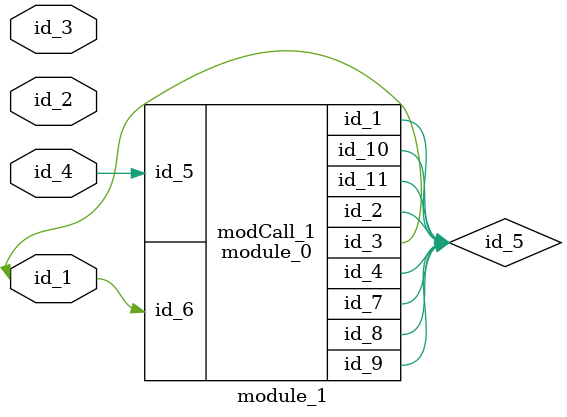
<source format=v>
module module_0 (
    id_1,
    id_2,
    id_3,
    id_4,
    id_5,
    id_6,
    id_7,
    id_8,
    id_9,
    id_10,
    id_11
);
  output wire id_11;
  output wire id_10;
  output wire id_9;
  output wire id_8;
  output wire id_7;
  input wire id_6;
  input wire id_5;
  output wire id_4;
  output wire id_3;
  output wire id_2;
  output wire id_1;
  assign id_11 = id_5 == id_6[""!=1'h0];
  initial id_3[""] = 1;
  wire id_12;
  wire id_13;
  assign id_10 = id_5;
endmodule
module module_1 (
    id_1,
    id_2,
    id_3,
    id_4
);
  input wire id_4;
  input wire id_3;
  input wire id_2;
  inout wire id_1;
  wire id_5;
  module_0 modCall_1 (
      id_5,
      id_5,
      id_1,
      id_5,
      id_4,
      id_1,
      id_5,
      id_5,
      id_5,
      id_5,
      id_5
  );
endmodule

</source>
